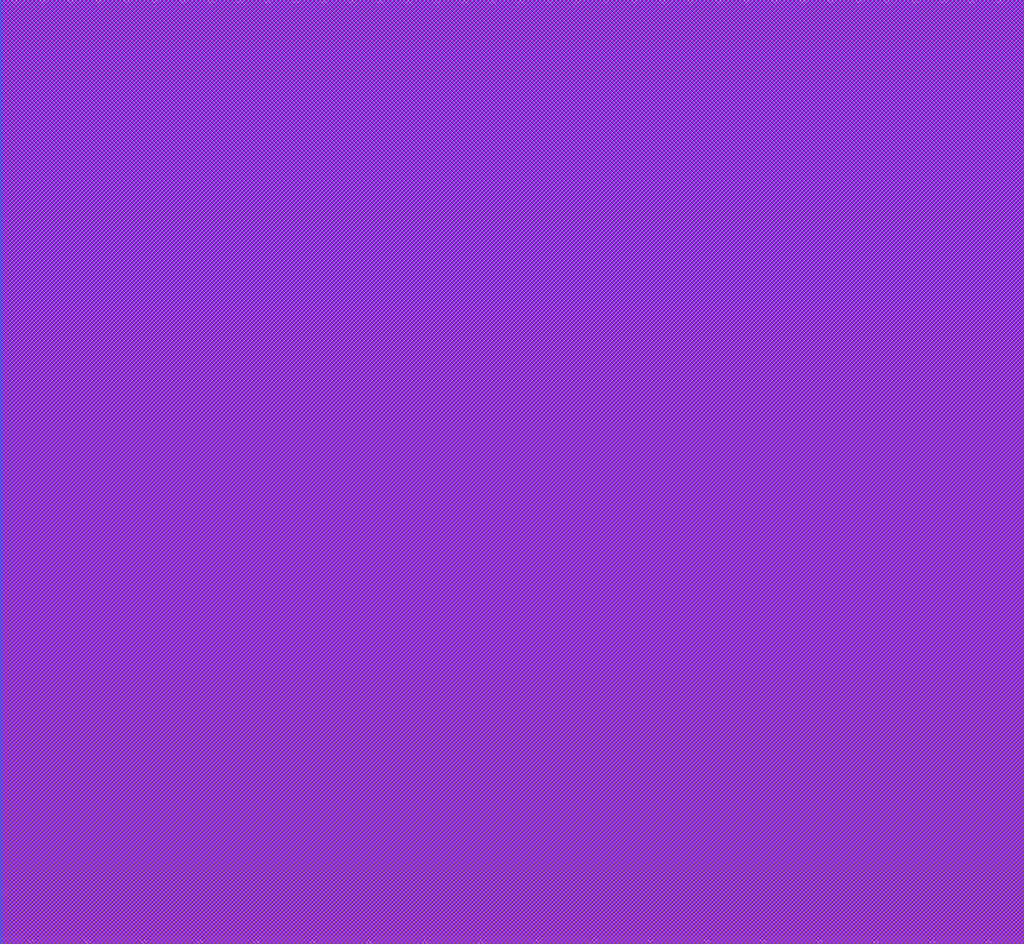
<source format=lef>
##
## LEF for PtnCells ;
## created by Encounter v09.10-p004_1 on Mon Mar  3 09:58:02 2014
##

VERSION 5.5 ;

NAMESCASESENSITIVE ON ;
BUSBITCHARS "[]" ;
DIVIDERCHAR "/" ;

UNITS
  DATABASE MICRONS 2000 ;
END UNITS

MACRO SRAM
  CLASS BLOCK ;
  SIZE 34.5400 BY 31.8600 ;
  FOREIGN SRAM 0.0000 0.0000 ;
  ORIGIN 0 0 ;
  SYMMETRY X Y R90 ;
  PIN clk
    DIRECTION INPUT ;
    USE SIGNAL ;
  END clk
  PIN rdn
    DIRECTION INPUT ;
    USE SIGNAL ;
  END rdn
  PIN wrn
    DIRECTION INPUT ;
    USE SIGNAL ;
  END wrn
  PIN address[10]
    DIRECTION INPUT ;
    USE SIGNAL ;
  END address[10]
  PIN address[9]
    DIRECTION INPUT ;
    USE SIGNAL ;
  END address[9]
  PIN address[8]
    DIRECTION INPUT ;
    USE SIGNAL ;
  END address[8]
  PIN address[7]
    DIRECTION INPUT ;
    USE SIGNAL ;
  END address[7]
  PIN address[6]
    DIRECTION INPUT ;
    USE SIGNAL ;
  END address[6]
  PIN address[5]
    DIRECTION INPUT ;
    USE SIGNAL ;
  END address[5]
  PIN address[4]
    DIRECTION INPUT ;
    USE SIGNAL ;
  END address[4]
  PIN address[3]
    DIRECTION INPUT ;
    USE SIGNAL ;
  END address[3]
  PIN address[2]
    DIRECTION INPUT ;
    USE SIGNAL ;
  END address[2]
  PIN address[1]
    DIRECTION INPUT ;
    USE SIGNAL ;
  END address[1]
  PIN address[0]
    DIRECTION INPUT ;
    USE SIGNAL ;
  END address[0]
  PIN bit_wen[31]
    DIRECTION INPUT ;
    USE SIGNAL ;
    PORT
      LAYER metal2 ;
        RECT 23.2400 31.7900 23.3100 31.8600 ;
    END
  END bit_wen[31]
  PIN bit_wen[30]
    DIRECTION INPUT ;
    USE SIGNAL ;
    PORT
      LAYER metal2 ;
        RECT 22.2900 31.7900 22.3600 31.8600 ;
    END
  END bit_wen[30]
  PIN bit_wen[29]
    DIRECTION INPUT ;
    USE SIGNAL ;
    PORT
      LAYER metal2 ;
        RECT 21.3400 31.7900 21.4100 31.8600 ;
    END
  END bit_wen[29]
  PIN bit_wen[28]
    DIRECTION INPUT ;
    USE SIGNAL ;
    PORT
      LAYER metal2 ;
        RECT 20.3900 31.7900 20.4600 31.8600 ;
    END
  END bit_wen[28]
  PIN bit_wen[27]
    DIRECTION INPUT ;
    USE SIGNAL ;
    PORT
      LAYER metal2 ;
        RECT 19.4400 31.7900 19.5100 31.8600 ;
    END
  END bit_wen[27]
  PIN bit_wen[26]
    DIRECTION INPUT ;
    USE SIGNAL ;
    PORT
      LAYER metal2 ;
        RECT 18.4900 31.7900 18.5600 31.8600 ;
    END
  END bit_wen[26]
  PIN bit_wen[25]
    DIRECTION INPUT ;
    USE SIGNAL ;
    PORT
      LAYER metal2 ;
        RECT 17.5400 31.7900 17.6100 31.8600 ;
    END
  END bit_wen[25]
  PIN bit_wen[24]
    DIRECTION INPUT ;
    USE SIGNAL ;
    PORT
      LAYER metal2 ;
        RECT 16.5900 31.7900 16.6600 31.8600 ;
    END
  END bit_wen[24]
  PIN bit_wen[23]
    DIRECTION INPUT ;
    USE SIGNAL ;
    PORT
      LAYER metal2 ;
        RECT 15.6400 31.7900 15.7100 31.8600 ;
    END
  END bit_wen[23]
  PIN bit_wen[22]
    DIRECTION INPUT ;
    USE SIGNAL ;
    PORT
      LAYER metal2 ;
        RECT 14.6900 31.7900 14.7600 31.8600 ;
    END
  END bit_wen[22]
  PIN bit_wen[21]
    DIRECTION INPUT ;
    USE SIGNAL ;
    PORT
      LAYER metal2 ;
        RECT 13.7400 31.7900 13.8100 31.8600 ;
    END
  END bit_wen[21]
  PIN bit_wen[20]
    DIRECTION INPUT ;
    USE SIGNAL ;
    PORT
      LAYER metal2 ;
        RECT 12.7900 31.7900 12.8600 31.8600 ;
    END
  END bit_wen[20]
  PIN bit_wen[19]
    DIRECTION INPUT ;
    USE SIGNAL ;
    PORT
      LAYER metal2 ;
        RECT 11.8400 31.7900 11.9100 31.8600 ;
    END
  END bit_wen[19]
  PIN bit_wen[18]
    DIRECTION INPUT ;
    USE SIGNAL ;
    PORT
      LAYER metal2 ;
        RECT 10.8900 31.7900 10.9600 31.8600 ;
    END
  END bit_wen[18]
  PIN bit_wen[17]
    DIRECTION INPUT ;
    USE SIGNAL ;
    PORT
      LAYER metal2 ;
        RECT 9.9400 31.7900 10.0100 31.8600 ;
    END
  END bit_wen[17]
  PIN bit_wen[16]
    DIRECTION INPUT ;
    USE SIGNAL ;
    PORT
      LAYER metal2 ;
        RECT 8.9900 31.7900 9.0600 31.8600 ;
    END
  END bit_wen[16]
  PIN bit_wen[15]
    DIRECTION INPUT ;
    USE SIGNAL ;
    PORT
      LAYER metal2 ;
        RECT 8.0400 31.7900 8.1100 31.8600 ;
    END
  END bit_wen[15]
  PIN bit_wen[14]
    DIRECTION INPUT ;
    USE SIGNAL ;
    PORT
      LAYER metal2 ;
        RECT 7.0900 31.7900 7.1600 31.8600 ;
    END
  END bit_wen[14]
  PIN bit_wen[13]
    DIRECTION INPUT ;
    USE SIGNAL ;
    PORT
      LAYER metal2 ;
        RECT 6.1400 31.7900 6.2100 31.8600 ;
    END
  END bit_wen[13]
  PIN bit_wen[12]
    DIRECTION INPUT ;
    USE SIGNAL ;
    PORT
      LAYER metal2 ;
        RECT 5.1900 31.7900 5.2600 31.8600 ;
    END
  END bit_wen[12]
  PIN bit_wen[11]
    DIRECTION INPUT ;
    USE SIGNAL ;
    PORT
      LAYER metal2 ;
        RECT 4.2400 31.7900 4.3100 31.8600 ;
    END
  END bit_wen[11]
  PIN bit_wen[10]
    DIRECTION INPUT ;
    USE SIGNAL ;
    PORT
      LAYER metal2 ;
        RECT 3.2900 31.7900 3.3600 31.8600 ;
    END
  END bit_wen[10]
  PIN bit_wen[9]
    DIRECTION INPUT ;
    USE SIGNAL ;
    PORT
      LAYER metal2 ;
        RECT 2.3400 31.7900 2.4100 31.8600 ;
    END
  END bit_wen[9]
  PIN bit_wen[8]
    DIRECTION INPUT ;
    USE SIGNAL ;
    PORT
      LAYER metal2 ;
        RECT 1.3900 31.7900 1.4600 31.8600 ;
    END
  END bit_wen[8]
  PIN bit_wen[7]
    DIRECTION INPUT ;
    USE SIGNAL ;
    PORT
      LAYER metal2 ;
        RECT 0.4400 31.7900 0.5100 31.8600 ;
    END
  END bit_wen[7]
  PIN bit_wen[6]
    DIRECTION INPUT ;
    USE SIGNAL ;
  END bit_wen[6]
  PIN bit_wen[5]
    DIRECTION INPUT ;
    USE SIGNAL ;
  END bit_wen[5]
  PIN bit_wen[4]
    DIRECTION INPUT ;
    USE SIGNAL ;
  END bit_wen[4]
  PIN bit_wen[3]
    DIRECTION INPUT ;
    USE SIGNAL ;
  END bit_wen[3]
  PIN bit_wen[2]
    DIRECTION INPUT ;
    USE SIGNAL ;
  END bit_wen[2]
  PIN bit_wen[1]
    DIRECTION INPUT ;
    USE SIGNAL ;
  END bit_wen[1]
  PIN bit_wen[0]
    DIRECTION INPUT ;
    USE SIGNAL ;
  END bit_wen[0]
  PIN data_in[31]
    DIRECTION INPUT ;
    USE SIGNAL ;
  END data_in[31]
  PIN data_in[30]
    DIRECTION INPUT ;
    USE SIGNAL ;
  END data_in[30]
  PIN data_in[29]
    DIRECTION INPUT ;
    USE SIGNAL ;
  END data_in[29]
  PIN data_in[28]
    DIRECTION INPUT ;
    USE SIGNAL ;
  END data_in[28]
  PIN data_in[27]
    DIRECTION INPUT ;
    USE SIGNAL ;
  END data_in[27]
  PIN data_in[26]
    DIRECTION INPUT ;
    USE SIGNAL ;
  END data_in[26]
  PIN data_in[25]
    DIRECTION INPUT ;
    USE SIGNAL ;
  END data_in[25]
  PIN data_in[24]
    DIRECTION INPUT ;
    USE SIGNAL ;
  END data_in[24]
  PIN data_in[23]
    DIRECTION INPUT ;
    USE SIGNAL ;
  END data_in[23]
  PIN data_in[22]
    DIRECTION INPUT ;
    USE SIGNAL ;
  END data_in[22]
  PIN data_in[21]
    DIRECTION INPUT ;
    USE SIGNAL ;
  END data_in[21]
  PIN data_in[20]
    DIRECTION INPUT ;
    USE SIGNAL ;
  END data_in[20]
  PIN data_in[19]
    DIRECTION INPUT ;
    USE SIGNAL ;
  END data_in[19]
  PIN data_in[18]
    DIRECTION INPUT ;
    USE SIGNAL ;
  END data_in[18]
  PIN data_in[17]
    DIRECTION INPUT ;
    USE SIGNAL ;
  END data_in[17]
  PIN data_in[16]
    DIRECTION INPUT ;
    USE SIGNAL ;
  END data_in[16]
  PIN data_in[15]
    DIRECTION INPUT ;
    USE SIGNAL ;
  END data_in[15]
  PIN data_in[14]
    DIRECTION INPUT ;
    USE SIGNAL ;
  END data_in[14]
  PIN data_in[13]
    DIRECTION INPUT ;
    USE SIGNAL ;
  END data_in[13]
  PIN data_in[12]
    DIRECTION INPUT ;
    USE SIGNAL ;
  END data_in[12]
  PIN data_in[11]
    DIRECTION INPUT ;
    USE SIGNAL ;
  END data_in[11]
  PIN data_in[10]
    DIRECTION INPUT ;
    USE SIGNAL ;
    PORT
      LAYER metal2 ;
        RECT 33.6900 31.7900 33.7600 31.8600 ;
    END
  END data_in[10]
  PIN data_in[9]
    DIRECTION INPUT ;
    USE SIGNAL ;
    PORT
      LAYER metal2 ;
        RECT 32.7400 31.7900 32.8100 31.8600 ;
    END
  END data_in[9]
  PIN data_in[8]
    DIRECTION INPUT ;
    USE SIGNAL ;
    PORT
      LAYER metal2 ;
        RECT 31.7900 31.7900 31.8600 31.8600 ;
    END
  END data_in[8]
  PIN data_in[7]
    DIRECTION INPUT ;
    USE SIGNAL ;
    PORT
      LAYER metal2 ;
        RECT 30.8400 31.7900 30.9100 31.8600 ;
    END
  END data_in[7]
  PIN data_in[6]
    DIRECTION INPUT ;
    USE SIGNAL ;
    PORT
      LAYER metal2 ;
        RECT 29.8900 31.7900 29.9600 31.8600 ;
    END
  END data_in[6]
  PIN data_in[5]
    DIRECTION INPUT ;
    USE SIGNAL ;
    PORT
      LAYER metal2 ;
        RECT 28.9400 31.7900 29.0100 31.8600 ;
    END
  END data_in[5]
  PIN data_in[4]
    DIRECTION INPUT ;
    USE SIGNAL ;
    PORT
      LAYER metal2 ;
        RECT 27.9900 31.7900 28.0600 31.8600 ;
    END
  END data_in[4]
  PIN data_in[3]
    DIRECTION INPUT ;
    USE SIGNAL ;
    PORT
      LAYER metal2 ;
        RECT 27.0400 31.7900 27.1100 31.8600 ;
    END
  END data_in[3]
  PIN data_in[2]
    DIRECTION INPUT ;
    USE SIGNAL ;
    PORT
      LAYER metal2 ;
        RECT 26.0900 31.7900 26.1600 31.8600 ;
    END
  END data_in[2]
  PIN data_in[1]
    DIRECTION INPUT ;
    USE SIGNAL ;
    PORT
      LAYER metal2 ;
        RECT 25.1400 31.7900 25.2100 31.8600 ;
    END
  END data_in[1]
  PIN data_in[0]
    DIRECTION INPUT ;
    USE SIGNAL ;
    PORT
      LAYER metal2 ;
        RECT 24.1900 31.7900 24.2600 31.8600 ;
    END
  END data_in[0]
  PIN data_out[31]
    DIRECTION OUTPUT ;
    USE SIGNAL ;
  END data_out[31]
  PIN data_out[30]
    DIRECTION OUTPUT ;
    USE SIGNAL ;
  END data_out[30]
  PIN data_out[29]
    DIRECTION OUTPUT ;
    USE SIGNAL ;
  END data_out[29]
  PIN data_out[28]
    DIRECTION OUTPUT ;
    USE SIGNAL ;
  END data_out[28]
  PIN data_out[27]
    DIRECTION OUTPUT ;
    USE SIGNAL ;
  END data_out[27]
  PIN data_out[26]
    DIRECTION OUTPUT ;
    USE SIGNAL ;
  END data_out[26]
  PIN data_out[25]
    DIRECTION OUTPUT ;
    USE SIGNAL ;
  END data_out[25]
  PIN data_out[24]
    DIRECTION OUTPUT ;
    USE SIGNAL ;
    PORT
      LAYER metal2 ;
        RECT 33.3100 0.0000 33.3800 0.0700 ;
    END
  END data_out[24]
  PIN data_out[23]
    DIRECTION OUTPUT ;
    USE SIGNAL ;
    PORT
      LAYER metal2 ;
        RECT 31.4100 0.0000 31.4800 0.0700 ;
    END
  END data_out[23]
  PIN data_out[22]
    DIRECTION OUTPUT ;
    USE SIGNAL ;
    PORT
      LAYER metal2 ;
        RECT 29.5100 0.0000 29.5800 0.0700 ;
    END
  END data_out[22]
  PIN data_out[21]
    DIRECTION OUTPUT ;
    USE SIGNAL ;
    PORT
      LAYER metal2 ;
        RECT 27.6100 0.0000 27.6800 0.0700 ;
    END
  END data_out[21]
  PIN data_out[20]
    DIRECTION OUTPUT ;
    USE SIGNAL ;
    PORT
      LAYER metal2 ;
        RECT 25.7100 0.0000 25.7800 0.0700 ;
    END
  END data_out[20]
  PIN data_out[19]
    DIRECTION OUTPUT ;
    USE SIGNAL ;
    PORT
      LAYER metal2 ;
        RECT 23.8100 0.0000 23.8800 0.0700 ;
    END
  END data_out[19]
  PIN data_out[18]
    DIRECTION OUTPUT ;
    USE SIGNAL ;
    PORT
      LAYER metal2 ;
        RECT 21.9100 0.0000 21.9800 0.0700 ;
    END
  END data_out[18]
  PIN data_out[17]
    DIRECTION OUTPUT ;
    USE SIGNAL ;
    PORT
      LAYER metal2 ;
        RECT 20.0100 0.0000 20.0800 0.0700 ;
    END
  END data_out[17]
  PIN data_out[16]
    DIRECTION OUTPUT ;
    USE SIGNAL ;
    PORT
      LAYER metal2 ;
        RECT 18.1100 0.0000 18.1800 0.0700 ;
    END
  END data_out[16]
  PIN data_out[15]
    DIRECTION OUTPUT ;
    USE SIGNAL ;
    PORT
      LAYER metal2 ;
        RECT 16.2100 0.0000 16.2800 0.0700 ;
    END
  END data_out[15]
  PIN data_out[14]
    DIRECTION OUTPUT ;
    USE SIGNAL ;
    PORT
      LAYER metal2 ;
        RECT 14.3100 0.0000 14.3800 0.0700 ;
    END
  END data_out[14]
  PIN data_out[13]
    DIRECTION OUTPUT ;
    USE SIGNAL ;
    PORT
      LAYER metal2 ;
        RECT 12.4100 0.0000 12.4800 0.0700 ;
    END
  END data_out[13]
  PIN data_out[12]
    DIRECTION OUTPUT ;
    USE SIGNAL ;
    PORT
      LAYER metal2 ;
        RECT 10.5100 0.0000 10.5800 0.0700 ;
    END
  END data_out[12]
  PIN data_out[11]
    DIRECTION OUTPUT ;
    USE SIGNAL ;
    PORT
      LAYER metal2 ;
        RECT 8.6100 0.0000 8.6800 0.0700 ;
    END
  END data_out[11]
  PIN data_out[10]
    DIRECTION OUTPUT ;
    USE SIGNAL ;
    PORT
      LAYER metal2 ;
        RECT 6.7100 0.0000 6.7800 0.0700 ;
    END
  END data_out[10]
  PIN data_out[9]
    DIRECTION OUTPUT ;
    USE SIGNAL ;
    PORT
      LAYER metal2 ;
        RECT 4.8100 0.0000 4.8800 0.0700 ;
    END
  END data_out[9]
  PIN data_out[8]
    DIRECTION OUTPUT ;
    USE SIGNAL ;
    PORT
      LAYER metal2 ;
        RECT 2.9100 0.0000 2.9800 0.0700 ;
    END
  END data_out[8]
  PIN data_out[7]
    DIRECTION OUTPUT ;
    USE SIGNAL ;
    PORT
      LAYER metal2 ;
        RECT 1.0100 0.0000 1.0800 0.0700 ;
    END
  END data_out[7]
  PIN data_out[6]
    DIRECTION OUTPUT ;
    USE SIGNAL ;
  END data_out[6]
  PIN data_out[5]
    DIRECTION OUTPUT ;
    USE SIGNAL ;
  END data_out[5]
  PIN data_out[4]
    DIRECTION OUTPUT ;
    USE SIGNAL ;
  END data_out[4]
  PIN data_out[3]
    DIRECTION OUTPUT ;
    USE SIGNAL ;
  END data_out[3]
  PIN data_out[2]
    DIRECTION OUTPUT ;
    USE SIGNAL ;
  END data_out[2]
  PIN data_out[1]
    DIRECTION OUTPUT ;
    USE SIGNAL ;
  END data_out[1]
  PIN data_out[0]
    DIRECTION OUTPUT ;
    USE SIGNAL ;
  END data_out[0]
  PIN VDD
    DIRECTION INOUT ;
    USE POWER ;
    PORT
      LAYER metal10 ;
        RECT 2.3800 0.0000 3.1800 0.8000 ;
    END
    PORT
      LAYER metal10 ;
        RECT 2.3800 31.0600 3.1800 31.8600 ;
    END
    PORT
      LAYER metal10 ;
        RECT 31.4000 0.0000 32.2000 0.8000 ;
    END
    PORT
      LAYER metal10 ;
        RECT 31.4000 31.0600 32.2000 31.8600 ;
    END
  END VDD
  PIN VSS
    DIRECTION INOUT ;
    USE GROUND ;
    PORT
      LAYER metal10 ;
        RECT 0.7800 0.0000 1.5800 0.8000 ;
    END
    PORT
      LAYER metal10 ;
        RECT 0.7800 31.0600 1.5800 31.8600 ;
    END
    PORT
      LAYER metal10 ;
        RECT 33.0000 0.0000 33.8000 0.8000 ;
    END
    PORT
      LAYER metal10 ;
        RECT 33.0000 31.0600 33.8000 31.8600 ;
    END
  END VSS
  OBS
    LAYER metal1 ;
      RECT 0.0000 0.0000 34.5400 31.8600 ;
    LAYER metal2 ;
      RECT 33.8300 31.7200 34.5400 31.8600 ;
      RECT 32.8800 31.7200 33.6200 31.8600 ;
      RECT 31.9300 31.7200 32.6700 31.8600 ;
      RECT 30.9800 31.7200 31.7200 31.8600 ;
      RECT 30.0300 31.7200 30.7700 31.8600 ;
      RECT 29.0800 31.7200 29.8200 31.8600 ;
      RECT 28.1300 31.7200 28.8700 31.8600 ;
      RECT 27.1800 31.7200 27.9200 31.8600 ;
      RECT 26.2300 31.7200 26.9700 31.8600 ;
      RECT 25.2800 31.7200 26.0200 31.8600 ;
      RECT 24.3300 31.7200 25.0700 31.8600 ;
      RECT 23.3800 31.7200 24.1200 31.8600 ;
      RECT 22.4300 31.7200 23.1700 31.8600 ;
      RECT 21.4800 31.7200 22.2200 31.8600 ;
      RECT 20.5300 31.7200 21.2700 31.8600 ;
      RECT 19.5800 31.7200 20.3200 31.8600 ;
      RECT 18.6300 31.7200 19.3700 31.8600 ;
      RECT 17.6800 31.7200 18.4200 31.8600 ;
      RECT 16.7300 31.7200 17.4700 31.8600 ;
      RECT 15.7800 31.7200 16.5200 31.8600 ;
      RECT 14.8300 31.7200 15.5700 31.8600 ;
      RECT 13.8800 31.7200 14.6200 31.8600 ;
      RECT 12.9300 31.7200 13.6700 31.8600 ;
      RECT 11.9800 31.7200 12.7200 31.8600 ;
      RECT 11.0300 31.7200 11.7700 31.8600 ;
      RECT 10.0800 31.7200 10.8200 31.8600 ;
      RECT 9.1300 31.7200 9.8700 31.8600 ;
      RECT 8.1800 31.7200 8.9200 31.8600 ;
      RECT 7.2300 31.7200 7.9700 31.8600 ;
      RECT 6.2800 31.7200 7.0200 31.8600 ;
      RECT 5.3300 31.7200 6.0700 31.8600 ;
      RECT 4.3800 31.7200 5.1200 31.8600 ;
      RECT 3.4300 31.7200 4.1700 31.8600 ;
      RECT 2.4800 31.7200 3.2200 31.8600 ;
      RECT 1.5300 31.7200 2.2700 31.8600 ;
      RECT 0.5800 31.7200 1.3200 31.8600 ;
      RECT 0.0000 31.7200 0.3700 31.8600 ;
      RECT 0.0000 0.1400 34.5400 31.7200 ;
      RECT 33.4500 0.0000 34.5400 0.1400 ;
      RECT 31.5500 0.0000 33.2400 0.1400 ;
      RECT 29.6500 0.0000 31.3400 0.1400 ;
      RECT 27.7500 0.0000 29.4400 0.1400 ;
      RECT 25.8500 0.0000 27.5400 0.1400 ;
      RECT 23.9500 0.0000 25.6400 0.1400 ;
      RECT 22.0500 0.0000 23.7400 0.1400 ;
      RECT 20.1500 0.0000 21.8400 0.1400 ;
      RECT 18.2500 0.0000 19.9400 0.1400 ;
      RECT 16.3500 0.0000 18.0400 0.1400 ;
      RECT 14.4500 0.0000 16.1400 0.1400 ;
      RECT 12.5500 0.0000 14.2400 0.1400 ;
      RECT 10.6500 0.0000 12.3400 0.1400 ;
      RECT 8.7500 0.0000 10.4400 0.1400 ;
      RECT 6.8500 0.0000 8.5400 0.1400 ;
      RECT 4.9500 0.0000 6.6400 0.1400 ;
      RECT 3.0500 0.0000 4.7400 0.1400 ;
      RECT 1.1500 0.0000 2.8400 0.1400 ;
      RECT 0.0000 0.0000 0.9400 0.1400 ;
    LAYER metal3 ;
      RECT 0.0000 0.0000 34.5400 31.8600 ;
    LAYER metal4 ;
      RECT 0.0000 0.0000 34.5400 31.8600 ;
    LAYER metal5 ;
      RECT 0.0000 0.0000 34.5400 31.8600 ;
    LAYER metal6 ;
      RECT 0.0000 0.0000 34.5400 31.8600 ;
    LAYER metal7 ;
      RECT 0.0000 0.0000 34.5400 31.8600 ;
    LAYER metal8 ;
      RECT 0.0000 0.0000 34.5400 31.8600 ;
    LAYER metal9 ;
      RECT 0.0000 0.0000 34.5400 31.8600 ;
    LAYER metal10 ;
      RECT 3.9800 30.2600 30.6000 31.8600 ;
      RECT 0.0000 1.6000 34.5400 30.2600 ;
      RECT 3.9800 0.0000 30.6000 1.6000 ;
  END
END SRAM

END LIBRARY

</source>
